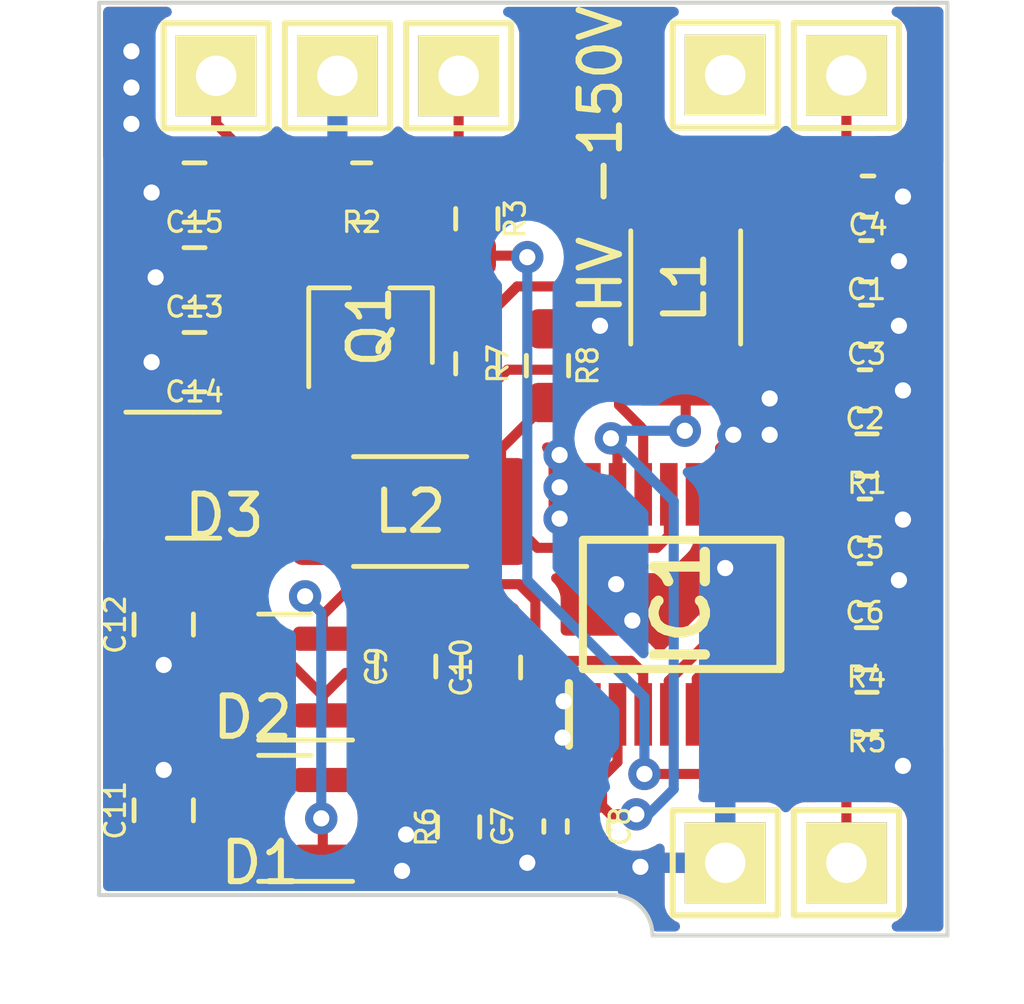
<source format=kicad_pcb>
(kicad_pcb (version 20221018) (generator pcbnew)
  (layers (0 "F.Cu" signal) (31 "B.Cu" signal) (34 "B.Paste" user) (35 "F.Paste" user) (36 "B.SilkS" user "B.Silkscreen") (37 "F.SilkS" user "F.Silkscreen") (38 "B.Mask" user) (39 "F.Mask" user) (44 "Edge.Cuts" user))
  (net 0 "")
  (net 1 "+5V")
  (net 2 "GND")
  (net 3 "Net-(C2-Pad1)")
  (net 4 "/VIN")
  (net 5 "Net-(IC1-COMP)")
  (net 6 "Net-(IC1-REF)")
  (net 7 "Net-(D1-A)")
  (net 8 "Net-(D3-A)")
  (net 9 "Net-(D2-A)")
  (net 10 "Net-(C11-Pad2)")
  (net 11 "Net-(C12-Pad2)")
  (net 12 "/HVOUT")
  (net 14 "Net-(IC1-FREQ)")
  (net 15 "Net-(IC1-FB)")
  (net 17 "/PDN")
  (net 19 "Net-(IC1-CS)")
  (net 20 "Net-(IC1-EXT)")
  (net 21 "/VSET")
  (net 22 "/VFB")
  (footprint "Package_TO_SOT_SMD:SOT-23" (layer "F.Cu") (at 120.6 128.2 180)
    (fp_text reference "D2" (at 0.8 -1) (layer "F.SilkS"))
    (fp_text value "BAV99W")
    (fp_line (start 0 -1.56) (end -1.675 -1.56) (stroke (width 0.12)) (layer "F.SilkS"))
    (fp_line (start 0 -1.56) (end 0.65 -1.56) (stroke (width 0.12)) (layer "F.SilkS"))
    (fp_line (start 0 1.56) (end -0.65 1.56) (stroke (width 0.12)) (layer "F.SilkS"))
    (fp_line (start 0 1.56) (end 0.65 1.56) (stroke (width 0.12)) (layer "F.SilkS"))
    (pad "1" smd roundrect (at -0.9375 -0.95 180) (size 1.475 0.6) (layers "F.Cu" "F.Paste" "F.Mask") (net 8 "Net-(D3-A)"))
    (pad "2" smd roundrect (at -0.9375 0.95 180) (size 1.475 0.6) (layers "F.Cu" "F.Paste" "F.Mask") (net 9 "Net-(D2-A)"))
    (pad "3" smd roundrect (at 0.9375 0 180) (size 1.475 0.6) (layers "F.Cu" "F.Paste" "F.Mask") (net 11 "Net-(C12-Pad2)"))
  )
  (footprint "Capacitor_SMD:C_0603_1608Metric_Pad1.08x0.95mm_HandSolder" (layer "F.Cu") (at 134.959 121.1)
    (fp_text reference "C2" (at 0 0.7) (layer "F.SilkS") (effects (font (size 0.5 0.5) (thickness 0.08))))
    (fp_text value "220nF" hide)
    (fp_line (start -0.146267 -0.51) (end 0.146267 -0.51) (stroke (width 0.12)) (layer "F.SilkS"))
    (fp_line (start -0.146267 0.51) (end 0.146267 0.51) (stroke (width 0.12)) (layer "F.SilkS"))
    (pad "1" smd roundrect (at -0.8625 0) (size 1.075 0.95) (layers "F.Cu" "F.Paste" "F.Mask") (net 3 "Net-(C2-Pad1)"))
    (pad "2" smd roundrect (at 0.8625 0) (size 1.075 0.95) (layers "F.Cu" "F.Paste" "F.Mask") (net 2 "GND"))
  )
  (footprint "KiCad:SOP64P602X175-16N" (layer "F.Cu") (at 130.4215 126.4 90)
    (fp_text reference "IC1" (at 0 0 90) (layer "F.SilkS") (effects (font (size 1.27 1.27) (thickness 0.254))))
    (fp_text value "MAX1847EEE+" hide)
    (fp_line (start -3.5 -2.79) (end -1.95 -2.79) (stroke (width 0.2)) (layer "F.SilkS"))
    (fp_line (start -1.6 -2.445) (end 1.6 -2.445) (stroke (width 0.2)) (layer "F.SilkS"))
    (fp_line (start -1.6 2.445) (end -1.6 -2.445) (stroke (width 0.2)) (layer "F.SilkS"))
    (fp_line (start 1.6 -2.445) (end 1.6 2.445) (stroke (width 0.2)) (layer "F.SilkS"))
    (fp_line (start 1.6 2.445) (end -1.6 2.445) (stroke (width 0.2)) (layer "F.SilkS"))
    (pad "1" smd rect (at -2.725 -2.222 180) (size 0.435 1.55) (layers "F.Cu" "F.Paste" "F.Mask") (net 2 "GND"))
    (pad "2" smd rect (at -2.725 -1.588 180) (size 0.435 1.55) (layers "F.Cu" "F.Paste" "F.Mask") (net 1 "+5V"))
    (pad "3" smd rect (at -2.725 -0.952 180) (size 0.435 1.55) (layers "F.Cu" "F.Paste" "F.Mask") (net 14 "Net-(IC1-FREQ)"))
    (pad "4" smd rect (at -2.725 -0.318 180) (size 0.435 1.55) (layers "F.Cu" "F.Paste" "F.Mask") (net 5 "Net-(IC1-COMP)"))
    (pad "5" smd rect (at -2.725 0.318 180) (size 0.435 1.55) (layers "F.Cu" "F.Paste" "F.Mask") (net 6 "Net-(IC1-REF)"))
    (pad "6" smd rect (at -2.725 0.952 180) (size 0.435 1.55) (layers "F.Cu" "F.Paste" "F.Mask") (net 15 "Net-(IC1-FB)"))
    (pad "7" smd rect (at -2.725 1.588 180) (size 0.435 1.55) (layers "F.Cu" "F.Paste" "F.Mask"))
    (pad "8" smd rect (at -2.725 2.222 180) (size 0.435 1.55) (layers "F.Cu" "F.Paste" "F.Mask") (net 17 "/PDN"))
    (pad "9" smd rect (at 2.725 2.222 180) (size 0.435 1.55) (layers "F.Cu" "F.Paste" "F.Mask"))
    (pad "10" smd rect (at 2.725 1.588 180) (size 0.435 1.55) (layers "F.Cu" "F.Paste" "F.Mask") (net 2 "GND"))
    (pad "11" smd rect (at 2.725 0.952 180) (size 0.435 1.55) (layers "F.Cu" "F.Paste" "F.Mask") (net 2 "GND"))
    (pad "12" smd rect (at 2.725 0.318 180) (size 0.435 1.55) (layers "F.Cu" "F.Paste" "F.Mask") (net 2 "GND"))
    (pad "13" smd rect (at 2.725 -0.318 180) (size 0.435 1.55) (layers "F.Cu" "F.Paste" "F.Mask") (net 19 "Net-(IC1-CS)"))
    (pad "14" smd rect (at 2.725 -0.952 180) (size 0.435 1.55) (layers "F.Cu" "F.Paste" "F.Mask") (net 20 "Net-(IC1-EXT)"))
    (pad "15" smd rect (at 2.725 -1.588 180) (size 0.435 1.55) (layers "F.Cu" "F.Paste" "F.Mask") (net 1 "+5V"))
    (pad "16" smd rect (at 2.725 -2.222 180) (size 0.435 1.55) (layers "F.Cu" "F.Paste" "F.Mask") (net 2 "GND"))
  )
  (footprint "Resistor_SMD:R_0603_1608Metric_Pad0.98x0.95mm_HandSolder" (layer "F.Cu") (at 134.9965 127.5)
    (fp_text reference "R4" (at 0 0.7) (layer "F.SilkS") (effects (font (size 0.5 0.5) (thickness 0.08))))
    (fp_text value "100k")
    (fp_line (start -0.254724 -0.5225) (end 0.254724 -0.5225) (stroke (width 0.12)) (layer "F.SilkS"))
    (fp_line (start -0.254724 0.5225) (end 0.254724 0.5225) (stroke (width 0.12)) (layer "F.SilkS"))
    (pad "1" smd roundrect (at -0.9125 0) (size 0.975 0.95) (layers "F.Cu" "F.Paste" "F.Mask") (net 15 "Net-(IC1-FB)"))
    (pad "2" smd roundrect (at 0.9125 0) (size 0.975 0.95) (layers "F.Cu" "F.Paste" "F.Mask") (net 6 "Net-(IC1-REF)"))
  )
  (footprint "Mlab_CON:1_kontakty" (layer "F.Cu") (at 131.5 113.29)
    (fp_text reference "J3" hide)
    (fp_text value "Conn_01x01_Pin" hide)
    (fp_line (start -1.3 -1.3) (end 1.3 -1.3) (stroke (width 0.15)) (layer "F.SilkS"))
    (fp_line (start -1.3 1.3) (end -1.3 -1.3) (stroke (width 0.15)) (layer "F.SilkS"))
    (fp_line (start 1.3 -1.3) (end 1.3 1.3) (stroke (width 0.15)) (layer "F.SilkS"))
    (fp_line (start 1.3 1.3) (end -1.3 1.3) (stroke (width 0.15)) (layer "F.SilkS"))
    (pad "1" thru_hole rect (at 0 0 90) (size 2 2) (drill 1) (layers "*.Cu" "*.Mask" "F.SilkS") (net 22 "/VFB"))
  )
  (footprint "Resistor_SMD:R_0603_1608Metric_Pad0.98x0.95mm_HandSolder" (layer "F.Cu") (at 135.009 122.7 180)
    (fp_text reference "R1" (at 0 -0.7) (layer "F.SilkS") (effects (font (size 0.5 0.5) (thickness 0.08))))
    (fp_text value "10k")
    (fp_line (start -0.254724 -0.5225) (end 0.254724 -0.5225) (stroke (width 0.12)) (layer "F.SilkS"))
    (fp_line (start -0.254724 0.5225) (end 0.254724 0.5225) (stroke (width 0.12)) (layer "F.SilkS"))
    (pad "1" smd roundrect (at -0.9125 0 180) (size 0.975 0.95) (layers "F.Cu" "F.Paste" "F.Mask") (net 3 "Net-(C2-Pad1)"))
    (pad "2" smd roundrect (at 0.9125 0 180) (size 0.975 0.95) (layers "F.Cu" "F.Paste" "F.Mask") (net 5 "Net-(IC1-COMP)"))
  )
  (footprint "Mlab_CON:1_kontakty" (layer "F.Cu") (at 124.9 113.308)
    (fp_text reference "J2" hide)
    (fp_text value "Conn_01x01_Pin" hide)
    (fp_line (start -1.3 -1.3) (end 1.3 -1.3) (stroke (width 0.15)) (layer "F.SilkS"))
    (fp_line (start -1.3 1.3) (end -1.3 -1.3) (stroke (width 0.15)) (layer "F.SilkS"))
    (fp_line (start 1.3 -1.3) (end 1.3 1.3) (stroke (width 0.15)) (layer "F.SilkS"))
    (fp_line (start 1.3 1.3) (end -1.3 1.3) (stroke (width 0.15)) (layer "F.SilkS"))
    (pad "1" thru_hole rect (at 0 0 90) (size 2 2) (drill 1) (layers "*.Cu" "*.Mask" "F.SilkS") (net 21 "/VSET"))
  )
  (footprint "Resistor_SMD:R_0603_1608Metric_Pad0.98x0.95mm_HandSolder" (layer "F.Cu") (at 135.009 129.1)
    (fp_text reference "R5" (at 0 0.7) (layer "F.SilkS") (effects (font (size 0.5 0.5) (thickness 0.08))))
    (fp_text value "10k")
    (fp_line (start -0.254724 -0.5225) (end 0.254724 -0.5225) (stroke (width 0.12)) (layer "F.SilkS"))
    (fp_line (start -0.254724 0.5225) (end 0.254724 0.5225) (stroke (width 0.12)) (layer "F.SilkS"))
    (pad "1" smd roundrect (at -0.9125 0) (size 0.975 0.95) (layers "F.Cu" "F.Paste" "F.Mask") (net 17 "/PDN"))
    (pad "2" smd roundrect (at 0.9125 0) (size 0.975 0.95) (layers "F.Cu" "F.Paste" "F.Mask") (net 2 "GND"))
  )
  (footprint "Capacitor_SMD:C_0603_1608Metric_Pad1.08x0.95mm_HandSolder" (layer "F.Cu") (at 134.959 125.9)
    (fp_text reference "C6" (at 0 0.7) (layer "F.SilkS") (effects (font (size 0.5 0.5) (thickness 0.08))))
    (fp_text value "470nF" hide)
    (fp_line (start -0.146267 -0.51) (end 0.146267 -0.51) (stroke (width 0.12)) (layer "F.SilkS"))
    (fp_line (start -0.146267 0.51) (end 0.146267 0.51) (stroke (width 0.12)) (layer "F.SilkS"))
    (pad "1" smd roundrect (at -0.8625 0) (size 1.075 0.95) (layers "F.Cu" "F.Paste" "F.Mask") (net 6 "Net-(IC1-REF)"))
    (pad "2" smd roundrect (at 0.8625 0) (size 1.075 0.95) (layers "F.Cu" "F.Paste" "F.Mask") (net 2 "GND"))
  )
  (footprint "Capacitor_SMD:C_0805_2012Metric_Pad1.18x1.45mm_HandSolder" (layer "F.Cu") (at 118.3625 120.4)
    (fp_text reference "C14" (at 0 0.735) (layer "F.SilkS") (effects (font (size 0.5 0.5) (thickness 0.08))))
    (fp_text value "100nF/250V")
    (fp_line (start -0.261252 -0.735) (end 0.261252 -0.735) (stroke (width 0.12)) (layer "F.SilkS"))
    (fp_line (start -0.261252 0.735) (end 0.261252 0.735) (stroke (width 0.12)) (layer "F.SilkS"))
    (pad "1" smd roundrect (at -1.0375 0) (size 1.175 1.45) (layers "F.Cu" "F.Paste" "F.Mask") (roundrect_rratio 0.212766) (net 2 "GND"))
    (pad "2" smd roundrect (at 1.0375 0) (size 1.175 1.45) (layers "F.Cu" "F.Paste" "F.Mask") (roundrect_rratio 0.212766) (net 12 "/HVOUT"))
  )
  (footprint "Resistor_SMD:R_0805_2012Metric_Pad1.20x1.40mm_HandSolder" (layer "F.Cu") (at 122.5 116.2 180)
    (fp_text reference "R2" (at 0 -0.735) (layer "F.SilkS") (effects (font (size 0.5 0.5) (thickness 0.08))))
    (fp_text value "4M7/250V")
    (fp_line (start -0.227064 -0.735) (end 0.227064 -0.735) (stroke (width 0.12)) (layer "F.SilkS"))
    (fp_line (start -0.227064 0.735) (end 0.227064 0.735) (stroke (width 0.12)) (layer "F.SilkS"))
    (pad "1" smd roundrect (at -1 0 180) (size 1.2 1.4) (layers "F.Cu" "F.Paste" "F.Mask") (roundrect_rratio 0.208333) (net 15 "Net-(IC1-FB)"))
    (pad "2" smd roundrect (at 1 0 180) (size 1.2 1.4) (layers "F.Cu" "F.Paste" "F.Mask") (roundrect_rratio 0.208333) (net 12 "/HVOUT"))
  )
  (footprint "Capacitor_SMD:C_0603_1608Metric_Pad1.08x0.95mm_HandSolder" (layer "F.Cu") (at 126.5 131.9 -90)
    (fp_text reference "C7" (at 0 0.51 90) (layer "F.SilkS") (effects (font (size 0.5 0.5) (thickness 0.08))))
    (fp_text value "470nF")
    (fp_line (start -0.146267 -0.51) (end 0.146267 -0.51) (stroke (width 0.12)) (layer "F.SilkS"))
    (fp_line (start -0.146267 0.51) (end 0.146267 0.51) (stroke (width 0.12)) (layer "F.SilkS"))
    (pad "1" smd roundrect (at -0.8625 0 270) (size 1.075 0.95) (layers "F.Cu" "F.Paste" "F.Mask") (net 1 "+5V"))
    (pad "2" smd roundrect (at 0.8625 0 270) (size 1.075 0.95) (layers "F.Cu" "F.Paste" "F.Mask") (net 2 "GND"))
  )
  (footprint "Capacitor_SMD:C_0603_1608Metric_Pad1.08x0.95mm_HandSolder" (layer "F.Cu") (at 128.1 131.9 90)
    (fp_text reference "C8" (at 0 0.8 90) (layer "F.SilkS") (effects (font (size 0.5 0.5) (thickness 0.08))))
    (fp_text value "22uF/10V")
    (fp_line (start -0.146267 -0.51) (end 0.146267 -0.51) (stroke (width 0.12)) (layer "F.SilkS"))
    (fp_line (start -0.146267 0.51) (end 0.146267 0.51) (stroke (width 0.12)) (layer "F.SilkS"))
    (pad "1" smd roundrect (at -0.8625 0 90) (size 1.075 0.95) (layers "F.Cu" "F.Paste" "F.Mask") (net 2 "GND"))
    (pad "2" smd roundrect (at 0.8625 0 90) (size 1.075 0.95) (layers "F.Cu" "F.Paste" "F.Mask") (net 1 "+5V"))
  )
  (footprint "Resistor_SMD:R_0603_1608Metric_Pad0.98x0.95mm_HandSolder" (layer "F.Cu") (at 124.9 131.9125 90)
    (fp_text reference "R6" (at 0 -0.8 90) (layer "F.SilkS") (effects (font (size 0.5 0.5) (thickness 0.08))))
    (fp_text value "499k")
    (fp_line (start -0.254724 -0.5225) (end 0.254724 -0.5225) (stroke (width 0.12)) (layer "F.SilkS"))
    (fp_line (start -0.254724 0.5225) (end 0.254724 0.5225) (stroke (width 0.12)) (layer "F.SilkS"))
    (pad "1" smd roundrect (at -0.9125 0 90) (size 0.975 0.95) (layers "F.Cu" "F.Paste" "F.Mask") (net 2 "GND"))
    (pad "2" smd roundrect (at 0.9125 0 90) (size 0.975 0.95) (layers "F.Cu" "F.Paste" "F.Mask") (net 14 "Net-(IC1-FREQ)"))
  )
  (footprint "Capacitor_SMD:C_0805_2012Metric_Pad1.18x1.45mm_HandSolder" (layer "F.Cu") (at 123.6 127.9375 90)
    (fp_text reference "C9" (at 0 -0.735 90) (layer "F.SilkS") (effects (font (size 0.5 0.5) (thickness 0.08))))
    (fp_text value "100nF/250V")
    (fp_line (start -0.261252 -0.735) (end 0.261252 -0.735) (stroke (width 0.12)) (layer "F.SilkS"))
    (fp_line (start -0.261252 0.735) (end 0.261252 0.735) (stroke (width 0.12)) (layer "F.SilkS"))
    (pad "1" smd roundrect (at -1.0375 0 90) (size 1.175 1.45) (layers "F.Cu" "F.Paste" "F.Mask") (roundrect_rratio 0.212766) (net 7 "Net-(D1-A)"))
    (pad "2" smd roundrect (at 1.0375 0 90) (size 1.175 1.45) (layers "F.Cu" "F.Paste" "F.Mask") (roundrect_rratio 0.212766) (net 8 "Net-(D3-A)"))
  )
  (footprint "Capacitor_SMD:C_0805_2012Metric_Pad1.18x1.45mm_HandSolder" (layer "F.Cu") (at 117.6 126.9 90)
    (fp_text reference "C12" (at 0 -1.2 90) (layer "F.SilkS") (effects (font (size 0.5 0.5) (thickness 0.08))))
    (fp_text value "100nF/250V")
    (fp_line (start -0.261252 -0.735) (end 0.261252 -0.735) (stroke (width 0.12)) (layer "F.SilkS"))
    (fp_line (start -0.261252 0.735) (end 0.261252 0.735) (stroke (width 0.12)) (layer "F.SilkS"))
    (pad "1" smd roundrect (at -1.0375 0 90) (size 1.175 1.45) (layers "F.Cu" "F.Paste" "F.Mask") (roundrect_rratio 0.212766) (net 2 "GND"))
    (pad "2" smd roundrect (at 1.0375 0 90) (size 1.175 1.45) (layers "F.Cu" "F.Paste" "F.Mask") (roundrect_rratio 0.212766) (net 11 "Net-(C12-Pad2)"))
  )
  (footprint "Capacitor_SMD:C_0805_2012Metric_Pad1.18x1.45mm_HandSolder" (layer "F.Cu") (at 117.6 131.5 -90)
    (fp_text reference "C11" (at 0 1.2 90) (layer "F.SilkS") (effects (font (size 0.5 0.5) (thickness 0.08))))
    (fp_text value "100nF/250V")
    (fp_line (start -0.261252 -0.735) (end 0.261252 -0.735) (stroke (width 0.12)) (layer "F.SilkS"))
    (fp_line (start -0.261252 0.735) (end 0.261252 0.735) (stroke (width 0.12)) (layer "F.SilkS"))
    (pad "1" smd roundrect (at -1.0375 0 270) (size 1.175 1.45) (layers "F.Cu" "F.Paste" "F.Mask") (roundrect_rratio 0.212766) (net 2 "GND"))
    (pad "2" smd roundrect (at 1.0375 0 270) (size 1.175 1.45) (layers "F.Cu" "F.Paste" "F.Mask") (roundrect_rratio 0.212766) (net 10 "Net-(C11-Pad2)"))
  )
  (footprint "Capacitor_SMD:C_0805_2012Metric_Pad1.18x1.45mm_HandSolder" (layer "F.Cu") (at 118.3625 116.2)
    (fp_text reference "C15" (at 0 0.735) (layer "F.SilkS") (effects (font (size 0.5 0.5) (thickness 0.08))))
    (fp_text value "100nF/250V")
    (fp_line (start -0.261252 -0.735) (end 0.261252 -0.735) (stroke (width 0.12)) (layer "F.SilkS"))
    (fp_line (start -0.261252 0.735) (end 0.261252 0.735) (stroke (width 0.12)) (layer "F.SilkS"))
    (pad "1" smd roundrect (at -1.0375 0) (size 1.175 1.45) (layers "F.Cu" "F.Paste" "F.Mask") (roundrect_rratio 0.212766) (net 2 "GND"))
    (pad "2" smd roundrect (at 1.0375 0) (size 1.175 1.45) (layers "F.Cu" "F.Paste" "F.Mask") (roundrect_rratio 0.212766) (net 12 "/HVOUT"))
  )
  (footprint "Capacitor_SMD:C_0805_2012Metric_Pad1.18x1.45mm_HandSolder" (layer "F.Cu") (at 118.3625 118.3)
    (fp_text reference "C13" (at 0 0.735) (layer "F.SilkS") (effects (font (size 0.5 0.5) (thickness 0.08))))
    (fp_text value "100nF/250V")
    (fp_line (start -0.261252 -0.735) (end 0.261252 -0.735) (stroke (width 0.12)) (layer "F.SilkS"))
    (fp_line (start -0.261252 0.735) (end 0.261252 0.735) (stroke (width 0.12)) (layer "F.SilkS"))
    (pad "1" smd roundrect (at -1.0375 0) (size 1.175 1.45) (layers "F.Cu" "F.Paste" "F.Mask") (roundrect_rratio 0.212766) (net 2 "GND"))
    (pad "2" smd roundrect (at 1.0375 0) (size 1.175 1.45) (layers "F.Cu" "F.Paste" "F.Mask") (roundrect_rratio 0.212766) (net 12 "/HVOUT"))
  )
  (footprint "Resistor_SMD:R_0603_1608Metric_Pad0.98x0.95mm_HandSolder" (layer "F.Cu") (at 127.1 120.4875 90)
    (fp_text reference "R8" (at 0 1 90) (layer "F.SilkS") (effects (font (size 0.5 0.5) (thickness 0.08))))
    (fp_text value "0R33/0.1A")
    (fp_line (start -0.254724 -0.5225) (end 0.254724 -0.5225) (stroke (width 0.12)) (layer "F.SilkS"))
    (fp_line (start -0.254724 0.5225) (end 0.254724 0.5225) (stroke (width 0.12)) (layer "F.SilkS"))
    (pad "1" smd roundrect (at -0.9125 0 90) (size 0.975 0.95) (layers "F.Cu" "F.Paste" "F.Mask") (net 19 "Net-(IC1-CS)"))
    (pad "2" smd roundrect (at 0.9125 0 90) (size 0.975 0.95) (layers "F.Cu" "F.Paste" "F.Mask") (net 2 "GND"))
  )
  (footprint "Package_TO_SOT_SMD:TSOT-23" (layer "F.Cu") (at 122.7 119.51 90)
    (fp_text reference "Q1" (at 0 0 90) (layer "F.SilkS"))
    (fp_text value "PMOS")
    (fp_line (start 0.93 -1.51) (end -1.5 -1.51) (stroke (width 0.12)) (layer "F.SilkS"))
    (fp_line (start 0.95 -1.5) (end 0.95 -0.5) (stroke (width 0.12)) (layer "F.SilkS"))
    (fp_line (start 0.95 0.5) (end 0.95 1.55) (stroke (width 0.12)) (layer "F.SilkS"))
    (fp_line (start 0.95 1.55) (end -0.9 1.55) (stroke (width 0.12)) (layer "F.SilkS"))
    (pad "1" smd rect (at -1.31 -0.95 90) (size 1.22 0.65) (layers "F.Cu" "F.Paste" "F.Mask") (net 7 "Net-(D1-A)"))
    (pad "2" smd rect (at -1.31 0.95 90) (size 1.22 0.65) (layers "F.Cu" "F.Paste" "F.Mask") (net 20 "Net-(IC1-EXT)"))
    (pad "3" smd rect (at 1.31 0 90) (size 1.22 0.65) (layers "F.Cu" "F.Paste" "F.Mask") (net 1 "+5V"))
  )
  (footprint "Mlab_CON:1_kontakty" (layer "F.Cu") (at 121.9 113.308)
    (fp_text reference "J7" hide)
    (fp_text value "Conn_01x01_Pin" hide)
    (fp_line (start -1.3 -1.3) (end 1.3 -1.3) (stroke (width 0.15)) (layer "F.SilkS"))
    (fp_line (start -1.3 1.3) (end -1.3 -1.3) (stroke (width 0.15)) (layer "F.SilkS"))
    (fp_line (start 1.3 -1.3) (end 1.3 1.3) (stroke (width 0.15)) (layer "F.SilkS"))
    (fp_line (start 1.3 1.3) (end -1.3 1.3) (stroke (width 0.15)) (layer "F.SilkS"))
    (pad "1" thru_hole rect (at 0 0 90) (size 2 2) (drill 1) (layers "*.Cu" "*.Mask" "F.SilkS") (net 2 "GND"))
  )
  (footprint "Package_TO_SOT_SMD:SOT-23" (layer "F.Cu") (at 118.3375 123.2)
    (fp_text reference "D3" (at 0.7625 1) (layer "F.SilkS"))
    (fp_text value "BAV99W")
    (fp_line (start 0 -1.56) (end -1.675 -1.56) (stroke (width 0.12)) (layer "F.SilkS"))
    (fp_line (start 0 -1.56) (end 0.65 -1.56) (stroke (width 0.12)) (layer "F.SilkS"))
    (fp_line (start 0 1.56) (end -0.65 1.56) (stroke (width 0.12)) (layer "F.SilkS"))
    (fp_line (start 0 1.56) (end 0.65 1.56) (stroke (width 0.12)) (layer "F.SilkS"))
    (pad "1" smd roundrect (at -0.9375 -0.95) (size 1.475 0.6) (layers "F.Cu" "F.Paste" "F.Mask"))
    (pad "2" smd roundrect (at -0.9375 0.95) (size 1.475 0.6) (layers "F.Cu" "F.Paste" "F.Mask") (net 8 "Net-(D3-A)"))
    (pad "3" smd roundrect (at 0.9375 0) (size 1.475 0.6) (layers "F.Cu" "F.Paste" "F.Mask") (net 12 "/HVOUT"))
  )
  (footprint "Mlab_CON:1_kontakty" (layer "F.Cu") (at 134.5 132.8)
    (fp_text reference "J4" hide)
    (fp_text value "Conn_01x01_Pin" hide)
    (fp_line (start -1.3 -1.3) (end 1.3 -1.3) (stroke (width 0.15)) (layer "F.SilkS"))
    (fp_line (start -1.3 1.3) (end -1.3 -1.3) (stroke (width 0.15)) (layer "F.SilkS"))
    (fp_line (start 1.3 -1.3) (end 1.3 1.3) (stroke (width 0.15)) (layer "F.SilkS"))
    (fp_line (start 1.3 1.3) (end -1.3 1.3) (stroke (width 0.15)) (layer "F.SilkS"))
    (pad "1" thru_hole rect (at 0 0 90) (size 2 2) (drill 1) (layers "*.Cu" "*.Mask" "F.SilkS") (net 17 "/PDN"))
  )
  (footprint "Inductor_SMD:L_2010_5025Metric" (layer "F.Cu") (at 123.7 124.1)
    (fp_text reference "L2" (at 0 0) (layer "F.SilkS"))
    (fp_text value "10uH/0.3A")
    (fp_line (start -1.402064 -1.36) (end 1.402064 -1.36) (stroke (width 0.12)) (layer "F.SilkS"))
    (fp_line (start -1.402064 1.36) (end 1.402064 1.36) (stroke (width 0.12)) (layer "F.SilkS"))
    (pad "1" smd roundrect (at -2.25 0) (size 1.35 2.65) (layers "F.Cu" "F.Paste" "F.Mask") (roundrect_rratio 0.185185) (net 7 "Net-(D1-A)"))
    (pad "2" smd roundrect (at 2.25 0) (size 1.35 2.65) (layers "F.Cu" "F.Paste" "F.Mask") (roundrect_rratio 0.185185) (net 19 "Net-(IC1-CS)"))
  )
  (footprint "Resistor_SMD:R_0603_1608Metric_Pad0.98x0.95mm_HandSolder" (layer "F.Cu") (at 125.35 120.4375 -90)
    (fp_text reference "R7" (at 0 -0.5225 90) (layer "F.SilkS") (effects (font (size 0.5 0.5) (thickness 0.08))))
    (fp_text value "22k")
    (fp_line (start -0.254724 -0.5225) (end 0.254724 -0.5225) (stroke (width 0.12)) (layer "F.SilkS"))
    (fp_line (start -0.254724 0.5225) (end 0.254724 0.5225) (stroke (width 0.12)) (layer "F.SilkS"))
    (pad "1" smd roundrect (at -0.9125 0 270) (size 0.975 0.95) (layers "F.Cu" "F.Paste" "F.Mask") (net 1 "+5V"))
    (pad "2" smd roundrect (at 0.9125 0 270) (size 0.975 0.95) (layers "F.Cu" "F.Paste" "F.Mask") (net 20 "Net-(IC1-EXT)"))
  )
  (footprint "Mlab_CON:1_kontakty" (layer "F.Cu") (at 131.5 132.8)
    (fp_text reference "J6" hide)
    (fp_text value "Conn_01x01_Pin" hide)
    (fp_line (start -1.3 -1.3) (end 1.3 -1.3) (stroke (width 0.15)) (layer "F.SilkS"))
    (fp_line (start -1.3 1.3) (end -1.3 -1.3) (stroke (width 0.15)) (layer "F.SilkS"))
    (fp_line (start 1.3 -1.3) (end 1.3 1.3) (stroke (width 0.15)) (layer "F.SilkS"))
    (fp_line (start 1.3 1.3) (end -1.3 1.3) (stroke (width 0.15)) (layer "F.SilkS"))
    (pad "1" thru_hole rect (at 0 0 90) (size 2 2) (drill 1) (layers "*.Cu" "*.Mask" "F.SilkS") (net 2 "GND"))
  )
  (footprint "Mlab_CON:1_kontakty" (layer "F.Cu") (at 118.898 113.308)
    (fp_text reference "J5" hide)
    (fp_text value "Conn_01x01_Pin" hide)
    (fp_line (start -1.3 -1.3) (end 1.3 -1.3) (stroke (width 0.15)) (layer "F.SilkS"))
    (fp_line (start -1.3 1.3) (end -1.3 -1.3) (stroke (width 0.15)) (layer "F.SilkS"))
    (fp_line (start 1.3 -1.3) (end 1.3 1.3) (stroke (width 0.15)) (layer "F.SilkS"))
    (fp_line (start 1.3 1.3) (end -1.3 1.3) (stroke (width 0.15)) (layer "F.SilkS"))
    (pad "1" thru_hole rect (at 0 0 90) (size 2 2) (drill 1) (layers "*.Cu" "*.Mask" "F.SilkS") (net 12 "/HVOUT"))
  )
  (footprint "Inductor_SMD:L_2010_5025Metric" (layer "F.Cu") (at 130.5215 118.55 90)
    (fp_text reference "L1" (at 0 -0.0215 90) (layer "F.SilkS"))
    (fp_text value "10uH/0.3A")
    (fp_line (start -1.402064 -1.36) (end 1.402064 -1.36) (stroke (width 0.12)) (layer "F.SilkS"))
    (fp_line (start -1.402064 1.36) (end 1.402064 1.36) (stroke (width 0.12)) (layer "F.SilkS"))
    (pad "1" smd roundrect (at -2.25 0 90) (size 1.35 2.65) (layers "F.Cu" "F.Paste" "F.Mask") (roundrect_rratio 0.185185) (net 1 "+5V"))
    (pad "2" smd roundrect (at 2.25 0 90) (size 1.35 2.65) (layers "F.Cu" "F.Paste" "F.Mask") (roundrect_rratio 0.185185) (net 4 "/VIN"))
  )
  (footprint "Mlab_CON:1_kontakty" (layer "F.Cu") (at 134.5 113.3)
    (fp_text reference "J1" hide)
    (fp_text value "Conn_01x01_Pin" hide)
    (fp_line (start -1.3 -1.3) (end 1.3 -1.3) (stroke (width 0.15)) (layer "F.SilkS"))
    (fp_line (start -1.3 1.3) (end -1.3 -1.3) (stroke (width 0.15)) (layer "F.SilkS"))
    (fp_line (start 1.3 -1.3) (end 1.3 1.3) (stroke (width 0.15)) (layer "F.SilkS"))
    (fp_line (start 1.3 1.3) (end -1.3 1.3) (stroke (width 0.15)) (layer "F.SilkS"))
    (pad "1" thru_hole rect (at 0 0 90) (size 2 2) (drill 1) (layers "*.Cu" "*.Mask" "F.SilkS") (net 4 "/VIN"))
  )
  (footprint "Capacitor_SMD:C_0603_1608Metric_Pad1.08x0.95mm_HandSolder" (layer "F.Cu") (at 134.9965 117.9)
    (fp_text reference "C1" (at 0 0.7) (layer "F.SilkS") (effects (font (size 0.5 0.5) (thickness 0.08))))
    (fp_text value "22uF/10V")
    (fp_line (start -0.146267 -0.51) (end 0.146267 -0.51) (stroke (width 0.12)) (layer "F.SilkS"))
    (fp_line (start -0.146267 0.51) (end 0.146267 0.51) (stroke (width 0.12)) (layer "F.SilkS"))
    (pad "1" smd roundrect (at -0.8625 0) (size 1.075 0.95) (layers "F.Cu" "F.Paste" "F.Mask") (net 1 "+5V"))
    (pad "2" smd roundrect (at 0.8625 0) (size 1.075 0.95) (layers "F.Cu" "F.Paste" "F.Mask") (net 2 "GND"))
  )
  (footprint "Capacitor_SMD:C_0603_1608Metric_Pad1.08x0.95mm_HandSolder" (layer "F.Cu") (at 135.034 116.3 180)
    (fp_text reference "C4" (at 0 -0.7) (layer "F.SilkS") (effects (font (size 0.5 0.5) (thickness 0.08))))
    (fp_text value "22uF/10V")
    (fp_line (start -0.146267 -0.51) (end 0.146267 -0.51) (stroke (width 0.12)) (layer "F.SilkS"))
    (fp_line (start -0.146267 0.51) (end 0.146267 0.51) (stroke (width 0.12)) (layer "F.SilkS"))
    (pad "1" smd roundrect (at -0.8625 0 180) (size 1.075 0.95) (layers "F.Cu" "F.Paste" "F.Mask") (net 2 "GND"))
    (pad "2" smd roundrect (at 0.8625 0 180) (size 1.075 0.95) (layers "F.Cu" "F.Paste" "F.Mask") (net 4 "/VIN"))
  )
  (footprint "Capacitor_SMD:C_0603_1608Metric_Pad1.08x0.95mm_HandSolder" (layer "F.Cu") (at 134.9965 119.5)
    (fp_text reference "C3" (at 0 0.7) (layer "F.SilkS") (effects (font (size 0.5 0.5) (thickness 0.08))))
    (fp_text value "22uF/10V")
    (fp_line (start -0.146267 -0.51) (end 0.146267 -0.51) (stroke (width 0.12)) (layer "F.SilkS"))
    (fp_line (start -0.146267 0.51) (end 0.146267 0.51) (stroke (width 0.12)) (layer "F.SilkS"))
    (pad "1" smd roundrect (at -0.8625 0) (size 1.075 0.95) (layers "F.Cu" "F.Paste" "F.Mask") (net 1 "+5V"))
    (pad "2" smd roundrect (at 0.8625 0) (size 1.075 0.95) (layers "F.Cu" "F.Paste" "F.Mask") (net 2 "GND"))
  )
  (footprint "Package_TO_SOT_SMD:SOT-23" (layer "F.Cu") (at 120.6 131.7 180)
    (fp_text reference "D1" (at 0.6 -1.1) (layer "F.SilkS"))
    (fp_text value "BAV99W")
    (fp_line (start 0 -1.56) (end -1.675 -1.56) (stroke (width 0.12)) (layer "F.SilkS"))
    (fp_line (start 0 -1.56) (end 0.65 -1.56) (stroke (width 0.12)) (layer "F.SilkS"))
    (fp_line (start 0 1.56) (end -0.65 1.56) (stroke (width 0.12)) (layer "F.SilkS"))
    (fp_line (start 0 1.56) (end 0.65 1.56) (stroke (width 0.12)) (layer "F.SilkS"))
    (pad "1" smd roundrect (at -0.9375 -0.95 180) (size 1.475 0.6) (layers "F.Cu" "F.Paste" "F.Mask") (net 9 "Net-(D2-A)"))
    (pad "2" smd roundrect (at -0.9375 0.95 180) (size 1.475 0.6) (layers "F.Cu" "F.Paste" "F.Mask") (net 7 "Net-(D1-A)"))
    (pad "3" smd roundrect (at 0.9375 0 180) (size 1.475 0.6) (layers "F.Cu" "F.Paste" "F.Mask") (net 10 "Net-(C11-Pad2)"))
  )
  (footprint "Resistor_SMD:R_0603_1608Metric_Pad0.98x0.95mm_HandSolder" (layer "F.Cu") (at 125.35 116.85 90)
    (fp_text reference "R3" (at 0 0.95 90) (layer "F.SilkS") (effects (font (size 0.5 0.5) (thickness 0.08))))
    (fp_text value "100k")
    (fp_line (start -0.254724 -0.5225) (end 0.254724 -0.5225) (stroke (width 0.12)) (layer "F.SilkS"))
    (fp_line (start -0.254724 0.5225) (end 0.254724 0.5225) (stroke (width 0.12)) (layer "F.SilkS"))
    (pad "1" smd roundrect (at -0.9125 0 90) (size 0.975 0.95) (layers "F.Cu" "F.Paste" "F.Mask") (net 15 "Net-(IC1-FB)"))
    (pad "2" smd roundrect (at 0.9125 0 90) (size 0.975 0.95) (layers "F.Cu" "F.Paste" "F.Mask") (net 21 "/VSET"))
  )
  (footprint "Capacitor_SMD:C_0603_1608Metric_Pad1.08x0.95mm_HandSolder" (layer "F.Cu") (at 134.959 124.3)
    (fp_text reference "C5" (at 0 0.7) (layer "F.SilkS") (effects (font (size 0.5 0.5) (thickness 0.08))))
    (fp_text value "220nF" hide)
    (fp_line (start -0.146267 -0.51) (end 0.146267 -0.51) (stroke (width 0.12)) (layer "F.SilkS"))
    (fp_line (start -0.146267 0.51) (end 0.146267 0.51) (stroke (width 0.12)) (layer "F.SilkS"))
    (pad "1" smd roundrect (at -0.8625 0) (size 1.075 0.95) (layers "F.Cu" "F.Paste" "F.Mask") (net 5 "Net-(IC1-COMP)"))
    (pad "2" smd roundrect (at 0.8625 0) (size 1.075 0.95) (layers "F.Cu" "F.Paste" "F.Mask") (net 2 "GND"))
  )
  (footprint "Capacitor_SMD:C_0805_2012Metric_Pad1.18x1.45mm_HandSolder" (layer "F.Cu") (at 125.7 127.9625 90)
    (fp_text reference "C10" (at 0 -0.735 90) (layer "F.SilkS") (effects (font (size 0.5 0.5) (thickness 0.08))))
    (fp_text value "100nF/250V")
    (fp_line (start -0.261252 -0.735) (end 0.261252 -0.735) (stroke (width 0.12)) (layer "F.SilkS"))
    (fp_line (start -0.261252 0.735) (end 0.261252 0.735) (stroke (width 0.12)) (layer "F.SilkS"))
    (pad "1" smd roundrect (at -1.0375 0 90) (size 1.175 1.45) (layers "F.Cu" "F.Paste" "F.Mask") (roundrect_rratio 0.212766) (net 7 "Net-(D1-A)"))
    (pad "2" smd roundrect (at 1.0375 0 90) (size 1.175 1.45) (layers "F.Cu" "F.Paste" "F.Mask") (roundrect_rratio 0.212766) (net 9 "Net-(D2-A)"))
  )
  (gr_arc (start 128.7 133.6) (mid 129.407107 133.892893) (end 129.7 134.6) (stroke (width 0.1)) (layer "Edge.Cuts"))
  (gr_line (start 136.3 111.5) (end 117.1 111.5) (stroke (width 0.1)) (layer "Edge.Cuts"))
  (gr_line (start 116 133.6) (end 116 132.8) (stroke (width 0.1)) (layer "Edge.Cuts"))
  (gr_line (start 128.7 133.6) (end 117.1 133.6) (stroke (width 0.1)) (layer "Edge.Cuts"))
  (gr_line (start 129.7 134.6) (end 136.3 134.6) (stroke (width 0.1)) (layer "Edge.Cuts"))
  (gr_line (start 136.3 134.6) (end 137 134.6) (stroke (width 0.1)) (layer "Edge.Cuts"))
  (gr_line (start 116 111.5) (end 116 132.8) (stroke (width 0.1)) (layer "Edge.Cuts"))
  (gr_line (start 116 111.5) (end 117.1 111.5) (stroke (width 0.1)) (layer "Edge.Cuts"))
  (gr_line (start 137 134.6) (end 137 111.5) (stroke (width 0.1)) (layer "Edge.Cuts"))
  (gr_line (start 117.1 133.6) (end 116 133.6) (stroke (width 0.1)) (layer "Edge.Cuts"))
  (gr_line (start 137 111.5) (end 136.3 111.5) (stroke (width 0.1)) (layer "Edge.Cuts"))
  (gr_text "HV -150V" (at 129 119.3 90) (layer "F.SilkS") (effects (font (size 1 1)) (justify left bottom)))
  (segment (start 122.7 118.2) (end 124.025 118.2) (width 0.25) (layer "F.Cu") (net 1))
  (segment (start 130.5215 119.9785) (end 130.5215 120.8) (width 0.25) (layer "F.Cu") (net 1))
  (segment (start 128.670455 122.286726) (end 128.670455 122.486955) (width 0.25) (layer "F.Cu") (net 1))
  (segment (start 134.134 119.5) (end 131 119.5) (width 0.25) (layer "F.Cu") (net 1))
  (segment (start 129.068 118.525) (end 130.5215 119.9785) (width 0.25) (layer "F.Cu") (net 1))
  (segment (start 131 119.5) (end 130.5215 119.9785) (width 0.25) (layer "F.Cu") (net 1))
  (segment (start 134.134 117.9) (end 134.134 119.5) (width 0.25) (layer "F.Cu") (net 1))
  (segment (start 130.5215 120.8) (end 130.5215 122.0785) (width 0.25) (layer "F.Cu") (net 1))
  (segment (start 128.8335 130.304) (end 128.1 131.0375) (width 0.25) (layer "F.Cu") (net 1))
  (segment (start 129.3 131.6) (end 128.6625 131.6) (width 0.25) (layer "F.Cu") (net 1))
  (segment (start 128.6625 131.6) (end 128.1 131.0375) (width 0.25) (layer "F.Cu") (net 1))
  (segment (start 126.35 118.525) (end 129.068 118.525) (width 0.25) (layer "F.Cu") (net 1))
  (segment (start 130.5215 122.0785) (end 130.5 122.1) (width 0.25) (layer "F.Cu") (net 1))
  (segment (start 128.670455 122.486955) (end 128.8335 122.65) (width 0.25) (layer "F.Cu") (net 1))
  (segment (start 128.8335 129.125) (end 128.8335 130.304) (width 0.25) (layer "F.Cu") (net 1))
  (segment (start 128.1 131.0375) (end 126.5 131.0375) (width 0.25) (layer "F.Cu") (net 1))
  (segment (start 128.8335 122.65) (end 128.8335 123.675) (width 0.25) (layer "F.Cu") (net 1))
  (segment (start 124.025 118.2) (end 125.35 119.525) (width 0.25) (layer "F.Cu") (net 1))
  (segment (start 125.35 119.525) (end 126.35 118.525) (width 0.25) (layer "F.Cu") (net 1))
  (via (at 130.5 122.1) (size 0.8) (drill 0.4) (layers "F.Cu" "B.Cu") (net 1))
  (via (at 128.670455 122.286726) (size 0.8) (drill 0.4) (layers "F.Cu" "B.Cu") (net 1))
  (via (at 129.3 131.6) (size 0.8) (drill 0.4) (layers "F.Cu" "B.Cu") (net 1))
  (segment (start 129.6 131.6) (end 129.3 131.6) (width 0.25) (layer "B.Cu") (net 1))
  (segment (start 128.670455 122.286726) (end 130.225 123.841271) (width 0.25) (layer "B.Cu") (net 1))
  (segment (start 130.225 130.975) (end 129.6 131.6) (width 0.25) (layer "B.Cu") (net 1))
  (segment (start 130.225 123.841271) (end 130.225 130.975) (width 0.25) (layer "B.Cu") (net 1))
  (segment (start 128.857181 122.1) (end 130.5 122.1) (width 0.25) (layer "B.Cu") (net 1))
  (segment (start 128.670455 122.286726) (end 128.857181 122.1) (width 0.25) (layer "B.Cu") (net 1))
  (segment (start 131.3735 123.675) (end 131.3735 122.5265) (width 0.25) (layer "F.Cu") (net 2))
  (segment (start 131.3735 122.5265) (end 131.7 122.2) (width 0.25) (layer "F.Cu") (net 2))
  (segment (start 128.0495 129.125) (end 128.1995 129.125) (width 0.25) (layer "F.Cu") (net 2))
  (segment (start 127.4745 129.7) (end 128.0495 129.125) (width 0.25) (layer "F.Cu") (net 2))
  (via (at 135.9 124.3) (size 0.8) (drill 0.4) (layers "F.Cu" "B.Cu") (net 2))
  (via (at 131.7 122.2) (size 0.8) (drill 0.4) (layers "F.Cu" "B.Cu") (net 2))
  (via (at 117.6 130.5) (size 0.8) (drill 0.4) (layers "F.Cu" "B.Cu") (net 2))
  (via (at 116.8 114.5) (size 0.8) (drill 0.4) (layers "F.Cu" "B.Cu") (net 2))
  (via (at 117.4 118.3) (size 0.8) (drill 0.4) (layers "F.Cu" "B.Cu") (net 2))
  (via (at 135.8 125.8) (size 0.8) (drill 0.4) (layers "F.Cu" "B.Cu") (net 2))
  (via (at 127.4 122.7) (size 0.8) (drill 0.4) (layers "F.Cu" "B.Cu") (net 2))
  (via (at 132.6 121.3) (size 0.8) (drill 0.4) (layers "F.Cu" "B.Cu") (net 2))
  (via (at 135.9 116.3) (size 0.8) (drill 0.4) (layers "F.Cu" "B.Cu") (net 2))
  (via (at 129.4 132.9) (size 0.8) (drill 0.4) (layers "F.Cu" "B.Cu") (net 2))
  (via (at 116.8 112.7) (size 0.8) (drill 0.4) (layers "F.Cu" "B.Cu") (net 2))
  (via (at 135.8 117.9) (size 0.8) (drill 0.4) (layers "F.Cu" "B.Cu") (net 2))
  (via (at 127.4745 129.7) (size 0.8) (drill 0.4) (layers "F.Cu" "B.Cu") (net 2))
  (via (at 135.9 130.4) (size 0.8) (drill 0.4) (layers "F.Cu" "B.Cu") (net 2))
  (via (at 135.8 119.5) (size 0.8) (drill 0.4) (layers "F.Cu" "B.Cu") (net 2))
  (via (at 123.6 132.1) (size 0.8) (drill 0.4) (layers "F.Cu" "B.Cu") (net 2))
  (via (at 117.6 127.9) (size 0.8) (drill 0.4) (layers "F.Cu" "B.Cu") (net 2))
  (via (at 117.3 120.4) (size 0.8) (drill 0.4) (layers "F.Cu" "B.Cu") (net 2))
  (via (at 129.2 126.8) (size 0.8) (drill 0.4) (layers "F.Cu" "B.Cu") (net 2))
  (via (at 128.4 119.5) (size 0.8) (drill 0.4) (layers "F.Cu" "B.Cu") (net 2))
  (via (at 126.6 132.8) (size 0.8) (drill 0.4) (layers "F.Cu" "B.Cu") (net 2))
  (via (at 127.4 124.2755) (size 0.8) (drill 0.4) (layers "F.Cu" "B.Cu") (net 2))
  (via (at 116.8 113.6) (size 0.8) (drill 0.4) (layers "F.Cu" "B.Cu") (net 2))
  (via (at 117.3 116.2) (size 0.8) (drill 0.4) (layers "F.Cu" "B.Cu") (net 2))
  (via (at 135.9 121.1) (size 0.8) (drill 0.4) (layers "F.Cu" "B.Cu") (net 2))
  (via (at 132.6 122.2) (size 0.8) (drill 0.4) (layers "F.Cu" "B.Cu") (net 2))
  (via (at 123.5 133) (size 0.8) (drill 0.4) (layers "F.Cu" "B.Cu") (net 2))
  (via (at 128.8 125.9) (size 0.8) (drill 0.4) (layers "F.Cu" "B.Cu") (net 2))
  (via (at 127.4 123.5) (size 0.8) (drill 0.4) (layers "F.Cu" "B.Cu") (net 2))
  (via (at 131.5 125.5) (size 0.8) (drill 0.4) (layers "F.Cu" "B.Cu") (net 2))
  (via (at 127.5 128.8) (size 0.8) (drill 0.4) (layers "F.Cu" "B.Cu") (net 2))
  (segment (start 134.0965 121.1) (end 134.3215 121.1) (width 0.25) (layer "F.Cu") (net 3))
  (segment (start 134.3215 121.1) (end 135.9215 122.7) (width 0.25) (layer "F.Cu") (net 3))
  (segment (start 134.5 115.9715) (end 134.5 113.3) (width 0.25) (layer "F.Cu") (net 4))
  (segment (start 134.1715 116.3) (end 134.5 115.9715) (width 0.25) (layer "F.Cu") (net 4))
  (segment (start 130.5215 116.3) (end 134.1715 116.3) (width 0.25) (layer "F.Cu") (net 4))
  (segment (start 134.0965 124.3005) (end 134.0965 124.3) (width 0.25) (layer "F.Cu") (net 5))
  (segment (start 130.1035 128.2935) (end 134.0965 124.3005) (width 0.25) (layer "F.Cu") (net 5))
  (segment (start 130.1035 129.125) (end 130.1035 128.2935) (width 0.25) (layer "F.Cu") (net 5))
  (segment (start 134.0965 122.7) (end 134.0965 124.3) (width 0.25) (layer "F.Cu") (net 5))
  (segment (start 135.6965 127.5) (end 134.0965 125.9) (width 0.25) (layer "F.Cu") (net 6))
  (segment (start 130.7965 129.125) (end 130.7965 128.236896) (width 0.25) (layer "F.Cu") (net 6))
  (segment (start 133.133396 125.9) (end 134.0965 125.9) (width 0.25) (layer "F.Cu") (net 6))
  (segment (start 130.7395 129.125) (end 130.7965 129.125) (width 0.25) (layer "F.Cu") (net 6))
  (segment (start 130.7965 128.236896) (end 133.133396 125.9) (width 0.25) (layer "F.Cu") (net 6))
  (segment (start 135.909 127.5) (end 135.6965 127.5) (width 0.25) (layer "F.Cu") (net 6))
  (segment (start 125.7 129) (end 125.7 128.8) (width 0.25) (layer "F.Cu") (net 7))
  (segment (start 123.511396 124.1) (end 121.45 124.1) (width 0.25) (layer "F.Cu") (net 7))
  (segment (start 126.4 125.9) (end 125.311396 125.9) (width 0.25) (layer "F.Cu") (net 7))
  (segment (start 121.45 124.1) (end 121.75 123.8) (width 0.25) (layer "F.Cu") (net 7))
  (segment (start 123.625 129) (end 123.6 128.975) (width 0.25) (layer "F.Cu") (net 7))
  (segment (start 121.75 123.8) (end 121.75 120.82) (width 0.25) (layer "F.Cu") (net 7))
  (segment (start 125.7 129) (end 123.625 129) (width 0.25) (layer "F.Cu") (net 7))
  (segment (start 123.6 129.9) (end 123.6 128.975) (width 0.25) (layer "F.Cu") (net 7))
  (segment (start 126.8 127.7) (end 126.8 126.3) (width 0.25) (layer "F.Cu") (net 7))
  (segment (start 122.75 130.75) (end 123.6 129.9) (width 0.25) (layer "F.Cu") (net 7))
  (segment (start 121.5375 130.75) (end 122.75 130.75) (width 0.25) (layer "F.Cu") (net 7))
  (segment (start 123.125 129) (end 123.1 128.975) (width 0.25) (layer "F.Cu") (net 7))
  (segment (start 125.311396 125.9) (end 123.511396 124.1) (width 0.25) (layer "F.Cu") (net 7))
  (segment (start 125.7 128.8) (end 126.8 127.7) (width 0.25) (layer "F.Cu") (net 7))
  (segment (start 126.8 126.3) (end 126.4 125.9) (width 0.25) (layer "F.Cu") (net 7))
  (segment (start 121.5375 128.6625) (end 121.5375 129.15) (width 0.25) (layer "F.Cu") (net 8))
  (segment (start 117.4 124.15) (end 117.513173 124.15) (width 0.25) (layer "F.Cu") (net 8))
  (segment (start 123.6 126.9) (end 122.4 128.1) (width 0.25) (layer "F.Cu") (net 8))
  (segment (start 120.1 126.736827) (end 120.1 127.225) (width 0.25) (layer "F.Cu") (net 8))
  (segment (start 120.1 127.225) (end 121.5375 128.6625) (width 0.25) (layer "F.Cu") (net 8))
  (segment (start 122.1 128.1) (end 121.5375 128.6625) (width 0.25) (layer "F.Cu") (net 8))
  (segment (start 117.513173 124.15) (end 120.1 126.736827) (width 0.25) (layer "F.Cu") (net 8))
  (segment (start 122.4 128.1) (end 122.1 128.1) (width 0.25) (layer "F.Cu") (net 8))
  (segment (start 125.7 126.925) (end 124.575 125.8) (width 0.25) (layer "F.Cu") (net 9))
  (segment (start 125.2 126.925) (end 125.2 126.8) (width 0.25) (layer "F.Cu") (net 9))
  (segment (start 121.5375 126.6625) (end 121.5375 127.25) (width 0.25) (layer "F.Cu") (net 9))
  (segment (start 121.5375 126.6375) (end 121.5375 126.6625) (width 0.25) (layer "F.Cu") (net 9))
  (segment (start 121.1 126.2) (end 121.5375 126.6375) (width 0.25) (layer "F.Cu") (net 9))
  (segment (start 124.575 125.8) (end 122.4 125.8) (width 0.25) (layer "F.Cu") (net 9))
  (segment (start 122.4 125.8) (end 121.5375 126.6625) (width 0.25) (layer "F.Cu") (net 9))
  (segment (start 121.5375 131.7375) (end 121.5 131.7) (width 0.25) (layer "F.Cu") (net 9))
  (segment (start 121.5375 132.65) (end 121.5375 131.7375) (width 0.25) (layer "F.Cu") (net 9))
  (via (at 121.1 126.2) (size 0.8) (drill 0.4) (layers "F.Cu" "B.Cu") (net 9))
  (via (at 121.5 131.7) (size 0.8) (drill 0.4) (layers "F.Cu" "B.Cu") (net 9))
  (segment (start 121.5 131.7) (end 121.5 126.6) (width 0.25) (layer "B.Cu") (net 9))
  (segment (start 121.5 126.6) (end 121.1 126.2) (width 0.25) (layer "B.Cu") (net 9))
  (segment (start 119.3625 132.5375) (end 119.6625 132.2375) (width 0.25) (layer "F.Cu") (net 10))
  (segment (start 117.6 132.5375) (end 119.3625 132.5375) (width 0.25) (layer "F.Cu") (net 10))
  (segment (start 119.6625 132.2375) (end 119.6625 131.7) (width 0.25) (layer "F.Cu") (net 10))
  (segment (start 118.5625 125.8625) (end 117.6 125.8625) (width 0.25) (layer "F.Cu") (net 11))
  (segment (start 119.6 128.1375) (end 119.6 126.9) (width 0.25) (layer "F.Cu") (net 11))
  (segment (start 119.6 126.9) (end 118.5625 125.8625) (width 0.25) (layer "F.Cu") (net 11))
  (segment (start 119.6625 128.2) (end 119.6 128.1375) (width 0.25) (layer "F.Cu") (net 11))
  (segment (start 118.898 113.308) (end 118.898 114.498) (width 0.25) (layer "F.Cu") (net 12))
  (segment (start 119.275 120.525) (end 119.4 120.4) (width 0.25) (layer "F.Cu") (net 12))
  (segment (start 119.275 123.2) (end 119.275 120.525) (width 0.25) (layer "F.Cu") (net 12))
  (segment (start 121.5 116.2) (end 119.4 116.2) (width 0.25) (layer "F.Cu") (net 12))
  (segment (start 119.0625 120.7375) (end 119.4 120.4) (width 0.25) (layer "F.Cu") (net 12))
  (segment (start 119.4 118.3) (end 119.4 116.2) (width 0.25) (layer "F.Cu") (net 12))
  (segment (start 118.898 114.498) (end 119.4 115) (width 0.25) (layer "F.Cu") (net 12))
  (segment (start 119.4 115) (end 119.4 116.2) (width 0.25) (layer "F.Cu") (net 12))
  (segment (start 119.4 120.4) (end 119.4 118.3) (width 0.25) (layer "F.Cu") (net 12))
  (segment (start 126.3 130.1) (end 126.75 129.65) (width 0.25) (layer "F.Cu") (net 14))
  (segment (start 129.4695 128.1) (end 129.4695 129.125) (width 0.25) (layer "F.Cu") (net 14))
  (segment (start 127.3 127.8) (end 129.1695 127.8) (width 0.25) (layer "F.Cu") (net 14))
  (segment (start 124.9 131) (end 125.8 130.1) (width 0.25) (layer "F.Cu") (net 14))
  (segment (start 126.75 129.65) (end 126.75 128.386396) (width 0.25) (layer "F.Cu") (net 14))
  (segment (start 126.75 128.386396) (end 127.25 127.886396) (width 0.25) (layer "F.Cu") (net 14))
  (segment (start 127.25 127.886396) (end 127.25 127.85) (width 0.25) (layer "F.Cu") (net 14))
  (segment (start 129.1695 127.8) (end 129.4695 128.1) (width 0.25) (layer "F.Cu") (net 14))
  (segment (start 127.25 127.85) (end 127.3 127.8) (width 0.25) (layer "F.Cu") (net 14))
  (segment (start 125.8 130.1) (end 126.3 130.1) (width 0.25) (layer "F.Cu") (net 14))
  (segment (start 131.3735 129.125) (end 131.3735 128.296292) (width 0.25) (layer "F.Cu") (net 15))
  (segment (start 129.5 130.6) (end 130.907 130.6) (width 0.25) (layer "F.Cu") (net 15))
  (segment (start 126.5625 117.7625) (end 126.6 117.8) (width 0.25) (layer "F.Cu") (net 15))
  (segment (start 125.35 117.7625) (end 126.5625 117.7625) (width 0.25) (layer "F.Cu") (net 15))
  (segment (start 132.169792 127.5) (end 134.084 127.5) (width 0.25) (layer "F.Cu") (net 15))
  (segment (start 131.3735 130.1335) (end 131.3735 129.125) (width 0.25) (layer "F.Cu") (net 15))
  (segment (start 130.907 130.6) (end 131.3735 130.1335) (width 0.25) (layer "F.Cu") (net 15))
  (segment (start 125.35 117.7625) (end 125.0625 117.7625) (width 0.25) (layer "F.Cu") (net 15))
  (segment (start 131.3735 128.296292) (end 132.169792 127.5) (width 0.25) (layer "F.Cu") (net 15))
  (segment (start 125.0625 117.7625) (end 123.5 116.2) (width 0.25) (layer "F.Cu") (net 15))
  (via (at 129.5 130.6) (size 0.8) (drill 0.4) (layers "F.Cu" "B.Cu") (net 15))
  (via (at 126.6 117.8) (size 0.8) (drill 0.4) (layers "F.Cu" "B.Cu") (net 15))
  (segment (start 129.5 130.6) (end 129.5 128.7) (width 0.25) (layer "B.Cu") (net 15))
  (segment (start 126.6 125.8) (end 126.6 117.8) (width 0.25) (layer "B.Cu") (net 15))
  (segment (start 129.5 128.7) (end 126.6 125.8) (width 0.25) (layer "B.Cu") (net 15))
  (segment (start 134.0965 130.1965) (end 134.0965 129.1) (width 0.25) (layer "F.Cu") (net 17))
  (segment (start 134.5 132.8) (end 134.5 130.6) (width 0.25) (layer "F.Cu") (net 17))
  (segment (start 134.0715 129.125) (end 134.0965 129.1) (width 0.25) (layer "F.Cu") (net 17))
  (segment (start 134.5 130.6) (end 134.0965 130.1965) (width 0.25) (layer "F.Cu") (net 17))
  (segment (start 132.6435 129.125) (end 134.0715 129.125) (width 0.25) (layer "F.Cu") (net 17))
  (segment (start 130.1035 124.7) (end 129.8035 125) (width 0.25) (layer "F.Cu") (net 19))
  (segment (start 125.95 122.55) (end 127.1 121.4) (width 0.25) (layer "F.Cu") (net 19))
  (segment (start 130.1035 123.675) (end 130.1035 124.7) (width 0.25) (layer "F.Cu") (net 19))
  (segment (start 129.8035 125) (end 126.85 125) (width 0.25) (layer "F.Cu") (net 19))
  (segment (start 125.95 124.1) (end 125.95 122.55) (width 0.25) (layer "F.Cu") (net 19))
  (segment (start 126.85 125) (end 125.95 124.1) (width 0.25) (layer "F.Cu") (net 19))
  (segment (start 129.4695 122.0695) (end 129.4 122) (width 0.25) (layer "F.Cu") (net 20))
  (segment (start 124.82 120.82) (end 125.35 121.35) (width 0.25) (layer "F.Cu") (net 20))
  (segment (start 128.4875 120.5875) (end 126.1125 120.5875) (width 0.25) (layer "F.Cu") (net 20))
  (segment (start 123.65 120.82) (end 124.82 120.82) (width 0.25) (layer "F.Cu") (net 20))
  (segment (start 129.4 121.991673) (end 128.8715 121.463173) (width 0.25) (layer "F.Cu") (net 20))
  (segment (start 129.4695 123.675) (end 129.4695 122.0695) (width 0.25) (layer "F.Cu") (net 20))
  (segment (start 129.4 122) (end 129.4 121.991673) (width 0.25) (layer "F.Cu") (net 20))
  (segment (start 126.1125 120.5875) (end 125.35 121.35) (width 0.25) (layer "F.Cu") (net 20))
  (segment (start 128.871499 120.971499) (end 128.4875 120.5875) (width 0.25) (layer "F.Cu") (net 20))
  (segment (start 128.8715 121.463173) (end 128.871499 120.971499) (width 0.25) (layer "F.Cu") (net 20))
  (segment (start 124.9 115.4875) (end 125.35 115.9375) (width 0.25) (layer "F.Cu") (net 21))
  (segment (start 124.9 113.308) (end 124.9 115.4875) (width 0.25) (layer "F.Cu") (net 21))
  (zone (net 2) (net_name "GND") (layers "F&B.Cu") (priority 1) (connect_pads (clearance 0.5)) (min_thickness 0.25) (fill yes (thermal_gap 0.5) (thermal_bridge_width 0.5))
    (polygon (pts (xy 128.84 133.5) (xy 128.84 134.5) (xy 136.9 134.5) (xy 136.9 133.5)))
  )
  (zone (net 2) (net_name "GND") (layers "F&B.Cu") (connect_pads (clearance 0.5)) (min_thickness 0.25) (fill yes (thermal_gap 0.5) (thermal_bridge_width 0.5))
    (polygon (pts (xy 116.1 133.5) (xy 136.9 133.5) (xy 136.9 111.6) (xy 116.1 111.6)))
  )
)
</source>
